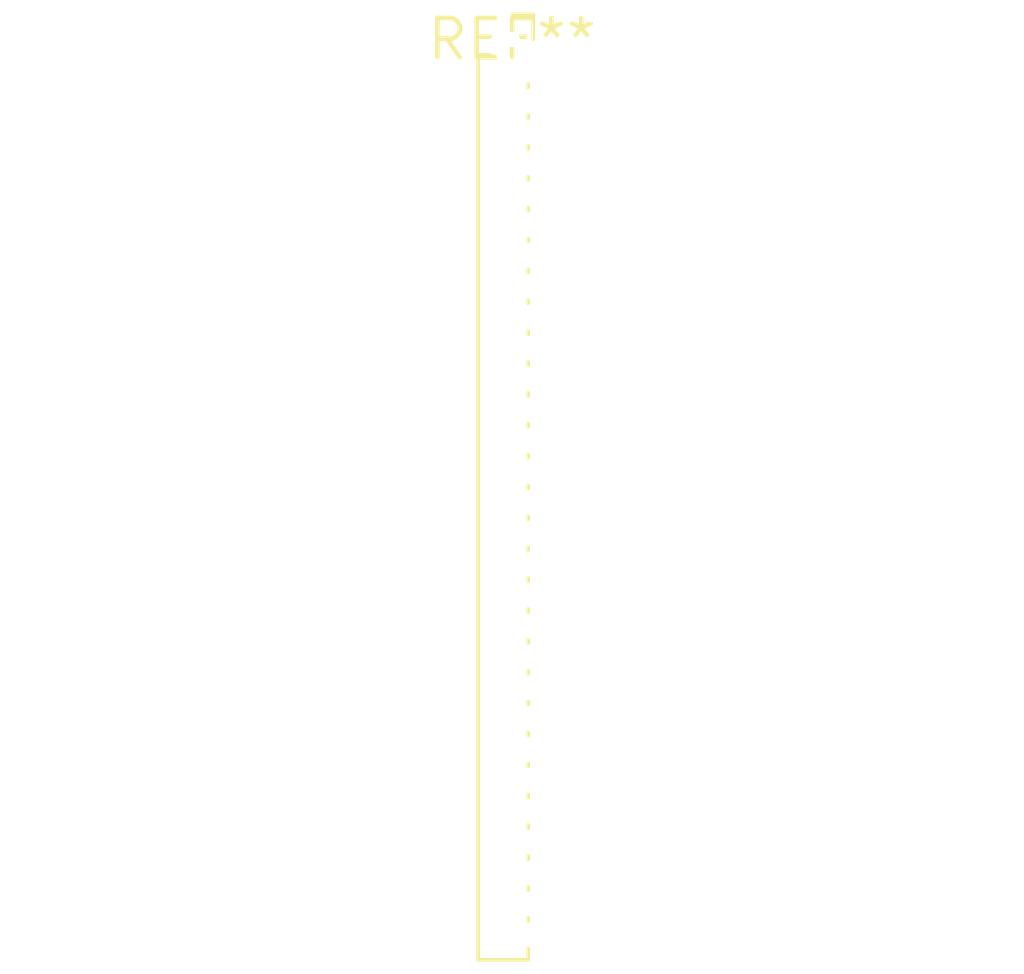
<source format=kicad_pcb>
(kicad_pcb (version 20240108) (generator pcbnew)
  (layers (0 "F.Cu" signal) (31 "B.Cu" signal) (34 "B.Paste" user) (35 "F.Paste" user) (36 "B.SilkS" user "B.Silkscreen") (37 "F.SilkS" user "F.Silkscreen") (38 "B.Mask" user) (39 "F.Mask" user) (44 "Edge.Cuts" user))
  (net 0 "")
  (footprint "PinSocket_1x30_P1.00mm_Vertical" (layer "F.Cu") (at 0 0)
    (property "Reference" "REF**")
    (property "Value" "PinSocket_1x30_P1.00mm_Vertical")
    (fp_line (start -1.1 0.5) (end -1.1 29.81) (layer "F.SilkS") (stroke (width 0.12)))
    (fp_line (start -1.1 0.5) (end -0.685 0.5) (layer "F.SilkS") (stroke (width 0.12)))
    (fp_line (start -1.1 29.81) (end 0.52 29.81) (layer "F.SilkS") (stroke (width 0.12)))
    (fp_line (start 0 -0.81) (end 0.685 -0.81) (layer "F.SilkS") (stroke (width 0.12)))
    (fp_line (start 0.52 1.445898) (end 0.52 1.554102) (layer "F.SilkS") (stroke (width 0.12)))
    (fp_line (start 0.52 2.445898) (end 0.52 2.554102) (layer "F.SilkS") (stroke (width 0.12)))
    (fp_line (start 0.52 3.445898) (end 0.52 3.554102) (layer "F.SilkS") (stroke (width 0.12)))
    (fp_line (start 0.52 4.445898) (end 0.52 4.554102) (layer "F.SilkS") (stroke (width 0.12)))
    (fp_line (start 0.52 5.445898) (end 0.52 5.554102) (layer "F.SilkS") (stroke (width 0.12)))
    (fp_line (start 0.52 6.445898) (end 0.52 6.554102) (layer "F.SilkS") (stroke (width 0.12)))
    (fp_line (start 0.52 7.445898) (end 0.52 7.554102) (layer "F.SilkS") (stroke (width 0.12)))
    (fp_line (start 0.52 8.445898) (end 0.52 8.554102) (layer "F.SilkS") (stroke (width 0.12)))
    (fp_line (start 0.52 9.445898) (end 0.52 9.554102) (layer "F.SilkS") (stroke (width 0.12)))
    (fp_line (start 0.52 10.445898) (end 0.52 10.554102) (layer "F.SilkS") (stroke (width 0.12)))
    (fp_line (start 0.52 11.445898) (end 0.52 11.554102) (layer "F.SilkS") (stroke (width 0.12)))
    (fp_line (start 0.52 12.445898) (end 0.52 12.554102) (layer "F.SilkS") (stroke (width 0.12)))
    (fp_line (start 0.52 13.445898) (end 0.52 13.554102) (layer "F.SilkS") (stroke (width 0.12)))
    (fp_line (start 0.52 14.445898) (end 0.52 14.554102) (layer "F.SilkS") (stroke (width 0.12)))
    (fp_line (start 0.52 15.445898) (end 0.52 15.554102) (layer "F.SilkS") (stroke (width 0.12)))
    (fp_line (start 0.52 16.445898) (end 0.52 16.554102) (layer "F.SilkS") (stroke (width 0.12)))
    (fp_line (start 0.52 17.445898) (end 0.52 17.554102) (layer "F.SilkS") (stroke (width 0.12)))
    (fp_line (start 0.52 18.445898) (end 0.52 18.554102) (layer "F.SilkS") (stroke (width 0.12)))
    (fp_line (start 0.52 19.445898) (end 0.52 19.554102) (layer "F.SilkS") (stroke (width 0.12)))
    (fp_line (start 0.52 20.445898) (end 0.52 20.554102) (layer "F.SilkS") (stroke (width 0.12)))
    (fp_line (start 0.52 21.445898) (end 0.52 21.554102) (layer "F.SilkS") (stroke (width 0.12)))
    (fp_line (start 0.52 22.445898) (end 0.52 22.554102) (layer "F.SilkS") (stroke (width 0.12)))
    (fp_line (start 0.52 23.445898) (end 0.52 23.554102) (layer "F.SilkS") (stroke (width 0.12)))
    (fp_line (start 0.52 24.445898) (end 0.52 24.554102) (layer "F.SilkS") (stroke (width 0.12)))
    (fp_line (start 0.52 25.445898) (end 0.52 25.554102) (layer "F.SilkS") (stroke (width 0.12)))
    (fp_line (start 0.52 26.445898) (end 0.52 26.554102) (layer "F.SilkS") (stroke (width 0.12)))
    (fp_line (start 0.52 27.445898) (end 0.52 27.554102) (layer "F.SilkS") (stroke (width 0.12)))
    (fp_line (start 0.52 28.445898) (end 0.52 28.554102) (layer "F.SilkS") (stroke (width 0.12)))
    (fp_line (start 0.52 29.445898) (end 0.52 29.81) (layer "F.SilkS") (stroke (width 0.12)))
    (fp_line (start 0.685 -0.81) (end 0.685 0) (layer "F.SilkS") (stroke (width 0.12)))
    (pad "1" thru_hole rect (at 0 0) (size 0.85 0.85) (drill 0.5) (layers *.Cu *.Mask) (remove_unused_layers))
    (pad "2" thru_hole oval (at 0 1) (size 0.85 0.85) (drill 0.5) (layers *.Cu *.Mask) (remove_unused_layers))
    (pad "3" thru_hole oval (at 0 2) (size 0.85 0.85) (drill 0.5) (layers *.Cu *.Mask) (remove_unused_layers))
    (pad "4" thru_hole oval (at 0 3) (size 0.85 0.85) (drill 0.5) (layers *.Cu *.Mask) (remove_unused_layers))
    (pad "5" thru_hole oval (at 0 4) (size 0.85 0.85) (drill 0.5) (layers *.Cu *.Mask) (remove_unused_layers))
    (pad "6" thru_hole oval (at 0 5) (size 0.85 0.85) (drill 0.5) (layers *.Cu *.Mask) (remove_unused_layers))
    (pad "7" thru_hole oval (at 0 6) (size 0.85 0.85) (drill 0.5) (layers *.Cu *.Mask) (remove_unused_layers))
    (pad "8" thru_hole oval (at 0 7) (size 0.85 0.85) (drill 0.5) (layers *.Cu *.Mask) (remove_unused_layers))
    (pad "9" thru_hole oval (at 0 8) (size 0.85 0.85) (drill 0.5) (layers *.Cu *.Mask) (remove_unused_layers))
    (pad "10" thru_hole oval (at 0 9) (size 0.85 0.85) (drill 0.5) (layers *.Cu *.Mask) (remove_unused_layers))
    (pad "11" thru_hole oval (at 0 10) (size 0.85 0.85) (drill 0.5) (layers *.Cu *.Mask) (remove_unused_layers))
    (pad "12" thru_hole oval (at 0 11) (size 0.85 0.85) (drill 0.5) (layers *.Cu *.Mask) (remove_unused_layers))
    (pad "13" thru_hole oval (at 0 12) (size 0.85 0.85) (drill 0.5) (layers *.Cu *.Mask) (remove_unused_layers))
    (pad "14" thru_hole oval (at 0 13) (size 0.85 0.85) (drill 0.5) (layers *.Cu *.Mask) (remove_unused_layers))
    (pad "15" thru_hole oval (at 0 14) (size 0.85 0.85) (drill 0.5) (layers *.Cu *.Mask) (remove_unused_layers))
    (pad "16" thru_hole oval (at 0 15) (size 0.85 0.85) (drill 0.5) (layers *.Cu *.Mask) (remove_unused_layers))
    (pad "17" thru_hole oval (at 0 16) (size 0.85 0.85) (drill 0.5) (layers *.Cu *.Mask) (remove_unused_layers))
    (pad "18" thru_hole oval (at 0 17) (size 0.85 0.85) (drill 0.5) (layers *.Cu *.Mask) (remove_unused_layers))
    (pad "19" thru_hole oval (at 0 18) (size 0.85 0.85) (drill 0.5) (layers *.Cu *.Mask) (remove_unused_layers))
    (pad "20" thru_hole oval (at 0 19) (size 0.85 0.85) (drill 0.5) (layers *.Cu *.Mask) (remove_unused_layers))
    (pad "21" thru_hole oval (at 0 20) (size 0.85 0.85) (drill 0.5) (layers *.Cu *.Mask) (remove_unused_layers))
    (pad "22" thru_hole oval (at 0 21) (size 0.85 0.85) (drill 0.5) (layers *.Cu *.Mask) (remove_unused_layers))
    (pad "23" thru_hole oval (at 0 22) (size 0.85 0.85) (drill 0.5) (layers *.Cu *.Mask) (remove_unused_layers))
    (pad "24" thru_hole oval (at 0 23) (size 0.85 0.85) (drill 0.5) (layers *.Cu *.Mask) (remove_unused_layers))
    (pad "25" thru_hole oval (at 0 24) (size 0.85 0.85) (drill 0.5) (layers *.Cu *.Mask) (remove_unused_layers))
    (pad "26" thru_hole oval (at 0 25) (size 0.85 0.85) (drill 0.5) (layers *.Cu *.Mask) (remove_unused_layers))
    (pad "27" thru_hole oval (at 0 26) (size 0.85 0.85) (drill 0.5) (layers *.Cu *.Mask) (remove_unused_layers))
    (pad "28" thru_hole oval (at 0 27) (size 0.85 0.85) (drill 0.5) (layers *.Cu *.Mask) (remove_unused_layers))
    (pad "29" thru_hole oval (at 0 28) (size 0.85 0.85) (drill 0.5) (layers *.Cu *.Mask) (remove_unused_layers))
    (pad "30" thru_hole oval (at 0 29) (size 0.85 0.85) (drill 0.5) (layers *.Cu *.Mask) (remove_unused_layers))
  )
)
</source>
